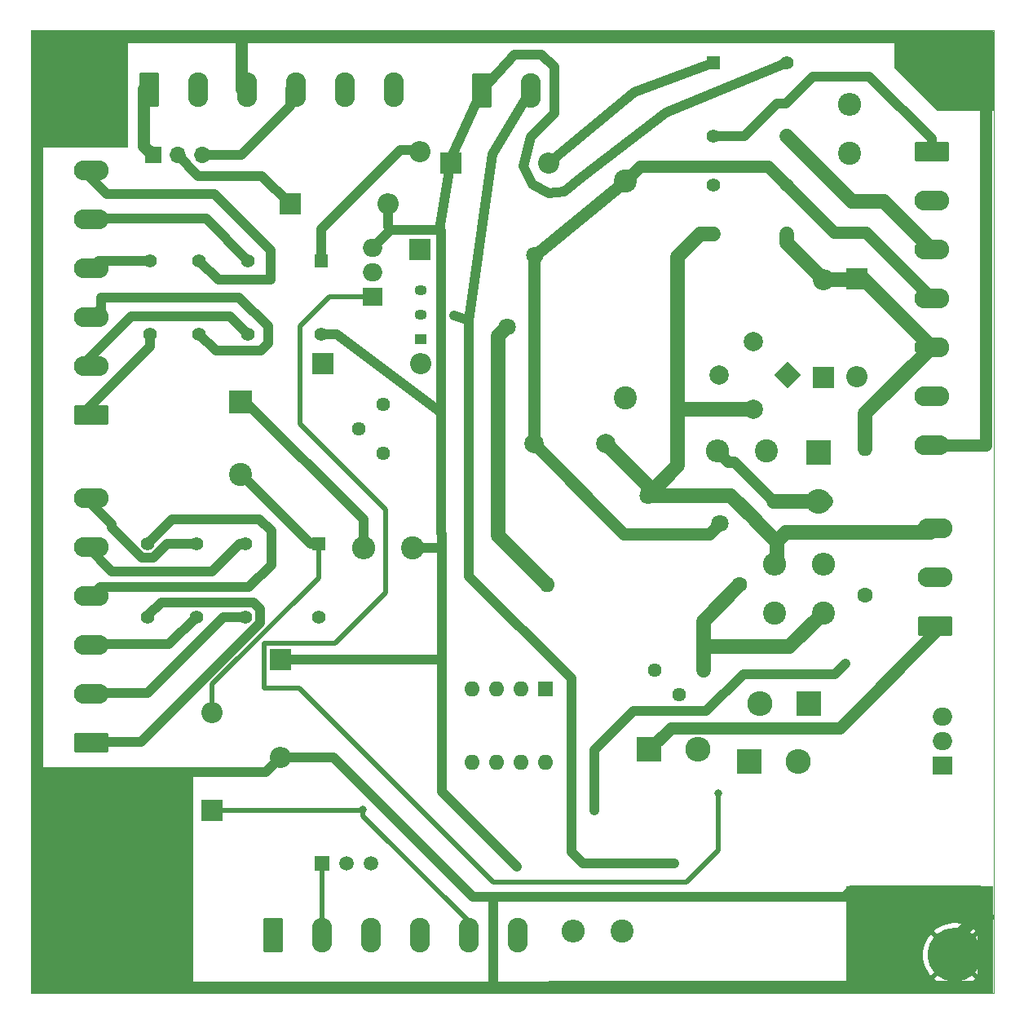
<source format=gbr>
%TF.GenerationSoftware,KiCad,Pcbnew,8.0.0*%
%TF.CreationDate,2024-02-29T13:53:57+01:00*%
%TF.ProjectId,G2-Control,47322d43-6f6e-4747-926f-6c2e6b696361,rev?*%
%TF.SameCoordinates,Original*%
%TF.FileFunction,Copper,L2,Bot*%
%TF.FilePolarity,Positive*%
%FSLAX46Y46*%
G04 Gerber Fmt 4.6, Leading zero omitted, Abs format (unit mm)*
G04 Created by KiCad (PCBNEW 8.0.0) date 2024-02-29 13:53:57*
%MOMM*%
%LPD*%
G01*
G04 APERTURE LIST*
G04 Aperture macros list*
%AMRoundRect*
0 Rectangle with rounded corners*
0 $1 Rounding radius*
0 $2 $3 $4 $5 $6 $7 $8 $9 X,Y pos of 4 corners*
0 Add a 4 corners polygon primitive as box body*
4,1,4,$2,$3,$4,$5,$6,$7,$8,$9,$2,$3,0*
0 Add four circle primitives for the rounded corners*
1,1,$1+$1,$2,$3*
1,1,$1+$1,$4,$5*
1,1,$1+$1,$6,$7*
1,1,$1+$1,$8,$9*
0 Add four rect primitives between the rounded corners*
20,1,$1+$1,$2,$3,$4,$5,0*
20,1,$1+$1,$4,$5,$6,$7,0*
20,1,$1+$1,$6,$7,$8,$9,0*
20,1,$1+$1,$8,$9,$2,$3,0*%
%AMHorizOval*
0 Thick line with rounded ends*
0 $1 width*
0 $2 $3 position (X,Y) of the first rounded end (center of the circle)*
0 $4 $5 position (X,Y) of the second rounded end (center of the circle)*
0 Add line between two ends*
20,1,$1,$2,$3,$4,$5,0*
0 Add two circle primitives to create the rounded ends*
1,1,$1,$2,$3*
1,1,$1,$4,$5*%
%AMRotRect*
0 Rectangle, with rotation*
0 The origin of the aperture is its center*
0 $1 length*
0 $2 width*
0 $3 Rotation angle, in degrees counterclockwise*
0 Add horizontal line*
21,1,$1,$2,0,0,$3*%
G04 Aperture macros list end*
%TA.AperFunction,ComponentPad*%
%ADD10R,2.600000X2.600000*%
%TD*%
%TA.AperFunction,ComponentPad*%
%ADD11O,2.600000X2.600000*%
%TD*%
%TA.AperFunction,ComponentPad*%
%ADD12R,2.000000X1.905000*%
%TD*%
%TA.AperFunction,ComponentPad*%
%ADD13O,2.000000X1.905000*%
%TD*%
%TA.AperFunction,ComponentPad*%
%ADD14C,1.600000*%
%TD*%
%TA.AperFunction,ComponentPad*%
%ADD15O,1.600000X1.600000*%
%TD*%
%TA.AperFunction,ComponentPad*%
%ADD16C,5.600000*%
%TD*%
%TA.AperFunction,ComponentPad*%
%ADD17R,1.500000X1.500000*%
%TD*%
%TA.AperFunction,ComponentPad*%
%ADD18C,1.500000*%
%TD*%
%TA.AperFunction,ComponentPad*%
%ADD19C,2.400000*%
%TD*%
%TA.AperFunction,ComponentPad*%
%ADD20O,2.400000X2.400000*%
%TD*%
%TA.AperFunction,ComponentPad*%
%ADD21R,2.200000X2.200000*%
%TD*%
%TA.AperFunction,ComponentPad*%
%ADD22O,2.200000X2.200000*%
%TD*%
%TA.AperFunction,ComponentPad*%
%ADD23C,1.800000*%
%TD*%
%TA.AperFunction,ComponentPad*%
%ADD24R,1.400000X1.400000*%
%TD*%
%TA.AperFunction,ComponentPad*%
%ADD25C,1.400000*%
%TD*%
%TA.AperFunction,ComponentPad*%
%ADD26RoundRect,0.249999X-0.790001X-1.550001X0.790001X-1.550001X0.790001X1.550001X-0.790001X1.550001X0*%
%TD*%
%TA.AperFunction,ComponentPad*%
%ADD27O,2.080000X3.600000*%
%TD*%
%TA.AperFunction,ComponentPad*%
%ADD28R,1.300000X1.050000*%
%TD*%
%TA.AperFunction,ComponentPad*%
%ADD29O,1.300000X1.050000*%
%TD*%
%TA.AperFunction,ComponentPad*%
%ADD30RoundRect,0.249999X1.550001X-0.790001X1.550001X0.790001X-1.550001X0.790001X-1.550001X-0.790001X0*%
%TD*%
%TA.AperFunction,ComponentPad*%
%ADD31O,3.600000X2.080000*%
%TD*%
%TA.AperFunction,ComponentPad*%
%ADD32RotRect,2.000000X2.000000X225.000000*%
%TD*%
%TA.AperFunction,ComponentPad*%
%ADD33HorizOval,2.000000X0.000000X0.000000X0.000000X0.000000X0*%
%TD*%
%TA.AperFunction,ComponentPad*%
%ADD34R,1.700000X1.700000*%
%TD*%
%TA.AperFunction,ComponentPad*%
%ADD35O,1.700000X1.700000*%
%TD*%
%TA.AperFunction,ComponentPad*%
%ADD36RoundRect,0.249999X-1.550001X0.790001X-1.550001X-0.790001X1.550001X-0.790001X1.550001X0.790001X0*%
%TD*%
%TA.AperFunction,ComponentPad*%
%ADD37R,1.600000X1.600000*%
%TD*%
%TA.AperFunction,ComponentPad*%
%ADD38C,2.000000*%
%TD*%
%TA.AperFunction,ComponentPad*%
%ADD39C,1.440000*%
%TD*%
%TA.AperFunction,ComponentPad*%
%ADD40R,2.400000X2.400000*%
%TD*%
%TA.AperFunction,ViaPad*%
%ADD41C,0.800000*%
%TD*%
%TA.AperFunction,Conductor*%
%ADD42C,1.300000*%
%TD*%
%TA.AperFunction,Conductor*%
%ADD43C,1.000000*%
%TD*%
%TA.AperFunction,Conductor*%
%ADD44C,0.500000*%
%TD*%
%TA.AperFunction,Conductor*%
%ADD45C,1.500000*%
%TD*%
%TA.AperFunction,Conductor*%
%ADD46C,1.200000*%
%TD*%
%TA.AperFunction,Profile*%
%ADD47C,0.100000*%
%TD*%
G04 APERTURE END LIST*
D10*
%TO.P,D7,1,K*%
%TO.N,Net-(D7-K)*%
X160828213Y-109876069D03*
D11*
%TO.P,D7,2,A*%
%TO.N,CATHODE*%
X155748213Y-109876069D03*
%TD*%
D12*
%TO.P,Q1,1,B*%
%TO.N,Net-(D2-A)*%
X174693213Y-116376069D03*
D13*
%TO.P,Q1,2,C*%
%TO.N,/+30V rail*%
X174693213Y-113836069D03*
%TO.P,Q1,3,E*%
%TO.N,CATHODE*%
X174693213Y-111296069D03*
%TD*%
D14*
%TO.P,C8,1*%
%TO.N,Net-(C8-Pad1)*%
X153653213Y-97541069D03*
D15*
%TO.P,C8,2*%
%TO.N,-Ig2*%
X133653213Y-97541069D03*
%TD*%
D16*
%TO.P,H1,1,1*%
%TO.N,GNDPWR*%
X176000000Y-44000000D03*
%TD*%
%TO.P,H4,1,1*%
%TO.N,GNDPWR*%
X176000000Y-136000000D03*
%TD*%
D14*
%TO.P,LK3,1,A*%
%TO.N,Net-(LK3-A)*%
X166708213Y-98676069D03*
D15*
%TO.P,LK3,2,B*%
%TO.N,-Ig2*%
X166708213Y-83436069D03*
%TD*%
D17*
%TO.P,Q4,1,C*%
%TO.N,ALARM_LED_ANODE*%
X110252213Y-126466069D03*
D18*
%TO.P,Q4,2,B*%
%TO.N,RESET-A*%
X112792213Y-126466069D03*
%TO.P,Q4,3,E*%
%TO.N,+12V REG IN*%
X115332213Y-126466069D03*
%TD*%
D19*
%TO.P,R10,1*%
%TO.N,Net-(D7-K)*%
X157278213Y-100531069D03*
D20*
%TO.P,R10,2*%
%TO.N,/R12*%
X157278213Y-95451069D03*
%TD*%
D10*
%TO.P,D1,1,K*%
%TO.N,/+30V rail*%
X144268213Y-114686069D03*
D11*
%TO.P,D1,2,A*%
%TO.N,Net-(D1-A)*%
X149348213Y-114686069D03*
%TD*%
D16*
%TO.P,H3,1,1*%
%TO.N,GNDPWR*%
X84000000Y-136000000D03*
%TD*%
D21*
%TO.P,D9,1,K*%
%TO.N,-Ig2*%
X165820213Y-65818069D03*
D22*
%TO.P,D9,2,A*%
%TO.N,+Ig2*%
X165820213Y-75978069D03*
%TD*%
D12*
%TO.P,Q6,1,G*%
%TO.N,Net-(Q6-G)*%
X115515213Y-67696069D03*
D13*
%TO.P,Q6,2,D*%
%TO.N,Net-(D12-K)*%
X115515213Y-65156069D03*
%TO.P,Q6,3,S*%
%TO.N,+12{slash}24V HV ENABLE*%
X115515213Y-62616069D03*
%TD*%
D22*
%TO.P,D14,2,A*%
%TO.N,Net-(D14-A)*%
X133830000Y-53750000D03*
D21*
%TO.P,D14,1,K*%
%TO.N,+12{slash}24V HV ENABLE*%
X123670000Y-53750000D03*
%TD*%
D23*
%TO.P,VDR2,1*%
%TO.N,-Ig2*%
X129503213Y-70811069D03*
%TO.P,VDR2,2*%
%TO.N,CATHODE*%
X132403213Y-63311069D03*
%TD*%
D19*
%TO.P,R15,1*%
%TO.N,Net-(BR1-+)*%
X156403213Y-83686069D03*
D20*
%TO.P,R15,2*%
%TO.N,Net-(BR1--)*%
X151323213Y-83686069D03*
%TD*%
D21*
%TO.P,D13,1,K*%
%TO.N,+12{slash}24V HV ENABLE*%
X105958213Y-105296069D03*
D22*
%TO.P,D13,2,A*%
%TO.N,GNDPWR*%
X105958213Y-115456069D03*
%TD*%
D24*
%TO.P,K1,1*%
%TO.N,Net-(D14-A)*%
X150892213Y-43344569D03*
D25*
%TO.P,K1,4*%
%TO.N,G2 UNREG TX IN*%
X150892213Y-50964569D03*
%TO.P,K1,6*%
%TO.N,unconnected-(K1-Pad6)*%
X150892213Y-56044569D03*
%TO.P,K1,8*%
%TO.N,/R12*%
X150892213Y-61124569D03*
%TO.P,K1,9*%
%TO.N,-Ig2*%
X158512213Y-61124569D03*
%TO.P,K1,11*%
%TO.N,CATHODE*%
X158512213Y-56044569D03*
%TO.P,K1,13*%
%TO.N,G2-REG-OUT*%
X158512213Y-50964569D03*
%TO.P,K1,16*%
%TO.N,+12{slash}24V HV ENABLE*%
X158512213Y-43344569D03*
%TD*%
D21*
%TO.P,D10,1,K*%
%TO.N,+Ig2*%
X162373013Y-76078069D03*
D22*
%TO.P,D10,2,A*%
%TO.N,-Ig2*%
X162373013Y-65918069D03*
%TD*%
D19*
%TO.P,C9,1*%
%TO.N,-Ig2*%
X141748213Y-78131069D03*
%TO.P,C9,2*%
%TO.N,CATHODE*%
X141748213Y-55631069D03*
%TD*%
D26*
%TO.P,J1,1,Pin_1*%
%TO.N,ALARM_LED_CATHODE*%
X105172213Y-133946069D03*
D27*
%TO.P,J1,2,Pin_2*%
%TO.N,ALARM_LED_ANODE*%
X110252213Y-133946069D03*
%TO.P,J1,3,Pin_3*%
%TO.N,RESET-A*%
X115332213Y-133946069D03*
%TO.P,J1,4,Pin_4*%
%TO.N,+12V REG IN*%
X120412213Y-133946069D03*
%TO.P,J1,5,Pin_5*%
%TO.N,PTT_L*%
X125492213Y-133946069D03*
%TO.P,J1,6,Pin_6*%
%TO.N,+12{slash}24V HV ENABLE*%
X130572213Y-133946069D03*
%TD*%
D19*
%TO.P,R13,1*%
%TO.N,/R12*%
X165068213Y-52776069D03*
D20*
%TO.P,R13,2*%
%TO.N,G2 UNREG IN*%
X165068213Y-47696069D03*
%TD*%
D28*
%TO.P,Q3,1,K*%
%TO.N,GNDPWR*%
X120558213Y-72046069D03*
D29*
%TO.P,Q3,2,G*%
%TO.N,G1 trip in*%
X120558213Y-69506069D03*
%TO.P,Q3,3,A*%
%TO.N,Aux trip in*%
X120558213Y-66966069D03*
%TD*%
D30*
%TO.P,J2,1,Pin_1*%
%TO.N,/+30V rail*%
X173960713Y-101826069D03*
D31*
%TO.P,J2,2,Pin_2*%
%TO.N,/Q2G*%
X173960713Y-96746069D03*
%TO.P,J2,3,Pin_3*%
%TO.N,/R12*%
X173960713Y-91666069D03*
%TD*%
D26*
%TO.P,J104,1,Pin_1*%
%TO.N,+24V Unreg in*%
X92318213Y-46186069D03*
D27*
%TO.P,J104,2,Pin_2*%
%TO.N,G1 trip in*%
X97398213Y-46186069D03*
%TO.P,J104,3,Pin_3*%
%TO.N,GNDPWR*%
X102478213Y-46186069D03*
%TO.P,J104,4,Pin_4*%
%TO.N,+12V REG IN*%
X107558213Y-46186069D03*
%TO.P,J104,5,Pin_5*%
%TO.N,CATHODE*%
X112638213Y-46186069D03*
%TO.P,J104,6,Pin_6*%
%TO.N,G2 UNREG IN*%
X117718213Y-46186069D03*
%TD*%
D32*
%TO.P,BR1,1,+*%
%TO.N,Net-(BR1-+)*%
X158618747Y-75824069D03*
D33*
%TO.P,BR1,2*%
%TO.N,+Ig2*%
X155083213Y-72288535D03*
%TO.P,BR1,3,-*%
%TO.N,Net-(BR1--)*%
X151547679Y-75824069D03*
%TO.P,BR1,4*%
%TO.N,/R12*%
X155083213Y-79359603D03*
%TD*%
D19*
%TO.P,R21,1*%
%TO.N,Aux trip in*%
X141485000Y-133500000D03*
D20*
%TO.P,R21,2*%
%TO.N,ALARM_LED_CATHODE*%
X136405000Y-133500000D03*
%TD*%
D16*
%TO.P,H2,1,1*%
%TO.N,GNDPWR*%
X84000000Y-44000000D03*
%TD*%
D21*
%TO.P,D12,1,K*%
%TO.N,Net-(D12-K)*%
X106950213Y-58044069D03*
D22*
%TO.P,D12,2,A*%
%TO.N,+12{slash}24V HV ENABLE*%
X117110213Y-58044069D03*
%TD*%
D26*
%TO.P,J4,1,Pin_1*%
%TO.N,+12{slash}24V HV ENABLE*%
X126910000Y-46202500D03*
D27*
%TO.P,J4,2,Pin_2*%
%TO.N,Aux trip in*%
X131990000Y-46202500D03*
%TD*%
D30*
%TO.P,J103,1,Pin_1*%
%TO.N,Net-(J103-Pin_1)*%
X86338213Y-114004069D03*
D31*
%TO.P,J103,2,Pin_2*%
%TO.N,Net-(J103-Pin_2)*%
X86338213Y-108924069D03*
%TO.P,J103,3,Pin_3*%
%TO.N,Net-(J103-Pin_3)*%
X86338213Y-103844069D03*
%TO.P,J103,4,Pin_4*%
%TO.N,Net-(J103-Pin_4)*%
X86338213Y-98764069D03*
%TO.P,J103,5,Pin_5*%
%TO.N,Net-(J103-Pin_5)*%
X86338213Y-93684069D03*
%TO.P,J103,6,Pin_6*%
%TO.N,Net-(J103-Pin_6)*%
X86338213Y-88604069D03*
%TD*%
D10*
%TO.P,D8,1,K*%
%TO.N,Net-(BR1-+)*%
X161888213Y-83821069D03*
D11*
%TO.P,D8,2,A*%
%TO.N,Net-(BR1--)*%
X161888213Y-88901069D03*
%TD*%
D21*
%TO.P,D15,1,K*%
%TO.N,Net-(D15-K)*%
X110358213Y-74636069D03*
D22*
%TO.P,D15,2,A*%
%TO.N,Net-(D15-A)*%
X120518213Y-74636069D03*
%TD*%
D19*
%TO.P,R28,1*%
%TO.N,+12{slash}24V HV ENABLE*%
X119723213Y-93716069D03*
D20*
%TO.P,R28,2*%
%TO.N,Net-(D15-K)*%
X114643213Y-93716069D03*
%TD*%
D21*
%TO.P,D16,1,K*%
%TO.N,PTT_L*%
X120430000Y-62750000D03*
D22*
%TO.P,D16,2,A*%
%TO.N,Net-(D14-A)*%
X120430000Y-52590000D03*
%TD*%
D34*
%TO.P,JP101,1,A*%
%TO.N,+24V Unreg in*%
X92741213Y-52964069D03*
D35*
%TO.P,JP101,2,C*%
%TO.N,Net-(D12-K)*%
X95281213Y-52964069D03*
%TO.P,JP101,3,B*%
%TO.N,+12V REG IN*%
X97821213Y-52964069D03*
%TD*%
D36*
%TO.P,J3,1,Pin_1*%
%TO.N,G2 UNREG TX IN*%
X173581789Y-52548877D03*
D31*
%TO.P,J3,2,Pin_2*%
%TO.N,G2 UNREG IN*%
X173581789Y-57628877D03*
%TO.P,J3,3,Pin_3*%
%TO.N,G2-REG-OUT*%
X173581789Y-62708877D03*
%TO.P,J3,4,Pin_4*%
%TO.N,CATHODE*%
X173581789Y-67788877D03*
%TO.P,J3,5,Pin_5*%
%TO.N,-Ig2*%
X173581789Y-72868877D03*
%TO.P,J3,6,Pin_6*%
%TO.N,+Ig2*%
X173581789Y-77948877D03*
%TO.P,J3,7,Pin_7*%
%TO.N,GNDPWR*%
X173581789Y-83028877D03*
%TD*%
D37*
%TO.P,U2,1,NULL*%
%TO.N,Net-(C5-Pad2)*%
X133483213Y-108346069D03*
D15*
%TO.P,U2,2,-*%
%TO.N,Net-(U2--)*%
X130943213Y-108346069D03*
%TO.P,U2,3,+*%
%TO.N,Net-(D4-A)*%
X128403213Y-108346069D03*
%TO.P,U2,4,V-*%
%TO.N,CATHODE*%
X125863213Y-108346069D03*
%TO.P,U2,5,NULL*%
%TO.N,unconnected-(U2-NULL-Pad5)*%
X125863213Y-115966069D03*
%TO.P,U2,6*%
%TO.N,Net-(D3-K)*%
X128403213Y-115966069D03*
%TO.P,U2,7,V+*%
%TO.N,/+30V rail*%
X130943213Y-115966069D03*
%TO.P,U2,8,FC*%
%TO.N,Net-(U2-FC)*%
X133483213Y-115966069D03*
%TD*%
D24*
%TO.P,K2,1*%
%TO.N,Net-(D14-A)*%
X110219713Y-63933569D03*
D25*
%TO.P,K2,4*%
%TO.N,Net-(J102-Pin_5)*%
X102599713Y-63933569D03*
%TO.P,K2,6*%
%TO.N,Net-(J102-Pin_6)*%
X97519713Y-63933569D03*
%TO.P,K2,8*%
%TO.N,Net-(J102-Pin_4)*%
X92439713Y-63933569D03*
%TO.P,K2,9*%
%TO.N,Net-(J102-Pin_1)*%
X92439713Y-71553569D03*
%TO.P,K2,11*%
%TO.N,Net-(J102-Pin_3)*%
X97519713Y-71553569D03*
%TO.P,K2,13*%
%TO.N,Net-(J102-Pin_2)*%
X102599713Y-71553569D03*
%TO.P,K2,16*%
%TO.N,+12{slash}24V HV ENABLE*%
X110219713Y-71553569D03*
%TD*%
D30*
%TO.P,J102,1,Pin_1*%
%TO.N,Net-(J102-Pin_1)*%
X86348213Y-79946069D03*
D31*
%TO.P,J102,2,Pin_2*%
%TO.N,Net-(J102-Pin_2)*%
X86348213Y-74866069D03*
%TO.P,J102,3,Pin_3*%
%TO.N,Net-(J102-Pin_3)*%
X86348213Y-69786069D03*
%TO.P,J102,4,Pin_4*%
%TO.N,Net-(J102-Pin_4)*%
X86348213Y-64706069D03*
%TO.P,J102,5,Pin_5*%
%TO.N,Net-(J102-Pin_5)*%
X86348213Y-59626069D03*
%TO.P,J102,6,Pin_6*%
%TO.N,Net-(J102-Pin_6)*%
X86348213Y-54546069D03*
%TD*%
D24*
%TO.P,K3,1*%
%TO.N,Net-(D15-A)*%
X109948213Y-93296069D03*
D25*
%TO.P,K3,4*%
%TO.N,Net-(J103-Pin_5)*%
X102328213Y-93296069D03*
%TO.P,K3,6*%
%TO.N,Net-(J103-Pin_6)*%
X97248213Y-93296069D03*
%TO.P,K3,8*%
%TO.N,Net-(J103-Pin_4)*%
X92168213Y-93296069D03*
%TO.P,K3,9*%
%TO.N,Net-(J103-Pin_1)*%
X92168213Y-100916069D03*
%TO.P,K3,11*%
%TO.N,Net-(J103-Pin_3)*%
X97248213Y-100916069D03*
%TO.P,K3,13*%
%TO.N,Net-(J103-Pin_2)*%
X102328213Y-100916069D03*
%TO.P,K3,16*%
%TO.N,Net-(D15-K)*%
X109948213Y-100916069D03*
%TD*%
D38*
%TO.P,C10,1*%
%TO.N,/R12*%
X139783213Y-82936069D03*
%TO.P,C10,2*%
%TO.N,CATHODE*%
X132283213Y-82936069D03*
%TD*%
D39*
%TO.P,RV1,1,1*%
%TO.N,Net-(R9-Pad2)*%
X144796213Y-106446069D03*
%TO.P,RV1,2,2*%
%TO.N,Net-(R7-Pad1)*%
X147336213Y-108986069D03*
%TO.P,RV1,3,3*%
%TO.N,Net-(C8-Pad1)*%
X149876213Y-106446069D03*
%TD*%
D40*
%TO.P,C17,1*%
%TO.N,Net-(D15-K)*%
X101810000Y-78602220D03*
D19*
%TO.P,C17,2*%
%TO.N,Net-(D15-A)*%
X101810000Y-86102220D03*
%TD*%
D21*
%TO.P,D17,1,K*%
%TO.N,PTT_L*%
X98888213Y-120996069D03*
D22*
%TO.P,D17,2,A*%
%TO.N,Net-(D15-A)*%
X98888213Y-110836069D03*
%TD*%
D23*
%TO.P,VDR1,1*%
%TO.N,/R12*%
X144114213Y-88282069D03*
%TO.P,VDR1,2*%
%TO.N,CATHODE*%
X151614213Y-91182069D03*
%TD*%
D39*
%TO.P,RV2,1,1*%
%TO.N,GNDPWR*%
X116658213Y-78866069D03*
%TO.P,RV2,2,2*%
X114118213Y-81406069D03*
%TO.P,RV2,3,3*%
%TO.N,Net-(R18-Pad1)*%
X116658213Y-83946069D03*
%TD*%
D10*
%TO.P,D2,1,K*%
%TO.N,Net-(D1-A)*%
X154663213Y-115896069D03*
D11*
%TO.P,D2,2,A*%
%TO.N,Net-(D2-A)*%
X159743213Y-115896069D03*
%TD*%
D19*
%TO.P,R8,1*%
%TO.N,Net-(C8-Pad1)*%
X162336213Y-100514069D03*
D20*
%TO.P,R8,2*%
%TO.N,Net-(LK3-A)*%
X162336213Y-95434069D03*
%TD*%
D41*
%TO.N,GNDPWR*%
X165243213Y-129291069D03*
%TO.N,PTT_L*%
X114500000Y-120946069D03*
%TO.N,+12{slash}24V HV ENABLE*%
X130487874Y-126822126D03*
%TO.N,Net-(Q6-G)*%
X151400213Y-119258069D03*
%TO.N,Aux trip in*%
X146828213Y-126500000D03*
X123968213Y-69601069D03*
X139208213Y-126500000D03*
%TO.N,/Q2G*%
X138573213Y-121036069D03*
X164608213Y-105796069D03*
%TD*%
D42*
%TO.N,CATHODE*%
X141748213Y-55631069D02*
X143269282Y-54110000D01*
X156577644Y-54110000D02*
X158512213Y-56044569D01*
X143269282Y-54110000D02*
X156577644Y-54110000D01*
X151614213Y-91182069D02*
X150506282Y-92290000D01*
X150506282Y-92290000D02*
X141637144Y-92290000D01*
X141637144Y-92290000D02*
X132283213Y-82936069D01*
D43*
%TO.N,Net-(D12-K)*%
X106950213Y-58044069D02*
X104036144Y-55130000D01*
X104036144Y-55130000D02*
X97447144Y-55130000D01*
X97447144Y-55130000D02*
X95281213Y-52964069D01*
%TO.N,Net-(J102-Pin_4)*%
X92439713Y-63933569D02*
X87120713Y-63933569D01*
D44*
X87120713Y-63933569D02*
X86348213Y-64706069D01*
D43*
%TO.N,Net-(J102-Pin_2)*%
X85360213Y-74808069D02*
X90488282Y-69680000D01*
X90488282Y-69680000D02*
X100726144Y-69680000D01*
X100726144Y-69680000D02*
X102599713Y-71553569D01*
%TO.N,Net-(J102-Pin_3)*%
X87318282Y-67770000D02*
X87318282Y-68816000D01*
X87318282Y-68816000D02*
X86348213Y-69786069D01*
X97519713Y-71553569D02*
X99250213Y-73284069D01*
X104664213Y-72522069D02*
X104664213Y-70744069D01*
X104664213Y-70744069D02*
X101690144Y-67770000D01*
X99250213Y-73284069D02*
X103902213Y-73284069D01*
X103902213Y-73284069D02*
X104664213Y-72522069D01*
X101690144Y-67770000D02*
X87318282Y-67770000D01*
D45*
%TO.N,G2-REG-OUT*%
X158512213Y-50964569D02*
X165337644Y-57790000D01*
X165337644Y-57790000D02*
X168662912Y-57790000D01*
X168662912Y-57790000D02*
X173581789Y-62708877D01*
D42*
%TO.N,CATHODE*%
X158512213Y-56044569D02*
X163457644Y-60990000D01*
X163457644Y-60990000D02*
X166782912Y-60990000D01*
X166782912Y-60990000D02*
X173581789Y-67788877D01*
D43*
%TO.N,/Q2G*%
X164608213Y-105796069D02*
X163564282Y-106840000D01*
X142620000Y-110680000D02*
X138573213Y-114726787D01*
X163564282Y-106840000D02*
X154040000Y-106840000D01*
X150200000Y-110680000D02*
X142620000Y-110680000D01*
X154040000Y-106840000D02*
X150200000Y-110680000D01*
X138573213Y-114726787D02*
X138573213Y-121036069D01*
D45*
%TO.N,Net-(C8-Pad1)*%
X149876213Y-104020000D02*
X149876213Y-101318069D01*
X149876213Y-104020000D02*
X158830282Y-104020000D01*
X158830282Y-104020000D02*
X162336213Y-100514069D01*
X149876213Y-106446069D02*
X149876213Y-104020000D01*
D44*
%TO.N,Net-(Q6-G)*%
X111014213Y-67696069D02*
X107966213Y-70744069D01*
X107950000Y-108260000D02*
X128100000Y-128410000D01*
X115515213Y-67696069D02*
X111014213Y-67696069D01*
X116856213Y-89794069D02*
X116856213Y-98423787D01*
X116856213Y-98423787D02*
X111653931Y-103626069D01*
X107966213Y-80904069D02*
X116856213Y-89794069D01*
X107966213Y-70744069D02*
X107966213Y-80904069D01*
X111653931Y-103626069D02*
X104288213Y-103626069D01*
X128100000Y-128410000D02*
X148110000Y-128410000D01*
X104288213Y-103626069D02*
X104288213Y-108260000D01*
X104288213Y-108260000D02*
X107950000Y-108260000D01*
X148110000Y-128410000D02*
X151400213Y-125119787D01*
X151400213Y-125119787D02*
X151400213Y-119258069D01*
D43*
%TO.N,Net-(J103-Pin_5)*%
X85868213Y-93604069D02*
X88414144Y-96150000D01*
X88414144Y-96150000D02*
X98850000Y-96150000D01*
X98850000Y-96150000D02*
X101703931Y-93296069D01*
X101703931Y-93296069D02*
X102328213Y-93296069D01*
%TO.N,Net-(J103-Pin_4)*%
X92168213Y-93296069D02*
X94718213Y-90746069D01*
X105000000Y-95500000D02*
X102690000Y-97810000D01*
X94718213Y-90746069D02*
X103746069Y-90746069D01*
X103746069Y-90746069D02*
X105000000Y-92000000D01*
X105000000Y-92000000D02*
X105000000Y-95500000D01*
X102690000Y-97810000D02*
X87292282Y-97810000D01*
X87292282Y-97810000D02*
X86338213Y-98764069D01*
%TO.N,Net-(D14-A)*%
X133830000Y-53750000D02*
X142720000Y-46450000D01*
X142720000Y-46450000D02*
X150892213Y-43344569D01*
%TO.N,+12{slash}24V HV ENABLE*%
X137328640Y-55171360D02*
X145980000Y-48510000D01*
X145980000Y-48510000D02*
X158512213Y-43344569D01*
%TO.N,Aux trip in*%
X125500000Y-70101069D02*
X127960000Y-52880000D01*
X127960000Y-52880000D02*
X131990000Y-46202500D01*
X125500000Y-70101069D02*
X123968213Y-69601069D01*
%TO.N,+12{slash}24V HV ENABLE*%
X131190000Y-54130000D02*
X132120000Y-55960000D01*
X132000000Y-51028282D02*
X131190000Y-54130000D01*
X133850000Y-56910000D02*
X135420000Y-56760000D01*
X132120000Y-55960000D02*
X133850000Y-56910000D01*
X135420000Y-56760000D02*
X137328640Y-55171360D01*
X126910000Y-46202500D02*
X123710000Y-53060000D01*
X130289273Y-42509569D02*
X126910000Y-46202500D01*
X122496213Y-60696069D02*
X123710000Y-53060000D01*
D42*
%TO.N,GNDPWR*%
X80767982Y-116997763D02*
X80767982Y-138417832D01*
X179160931Y-132339069D02*
X179367449Y-132132551D01*
X177943213Y-132339069D02*
X179160931Y-132339069D01*
D43*
X128040000Y-139191305D02*
X128200000Y-139351305D01*
X105958213Y-115456069D02*
X104414282Y-117000000D01*
D42*
X128200000Y-139351305D02*
X134000000Y-139351305D01*
X102124213Y-40660069D02*
X80676213Y-40660069D01*
D43*
X165243213Y-129291069D02*
X165290000Y-139287121D01*
X104414282Y-117000000D02*
X80676213Y-117000000D01*
X125946792Y-129960000D02*
X128040000Y-129960000D01*
X105958213Y-115456069D02*
X111442861Y-115456069D01*
D42*
X177943213Y-132339069D02*
X175276213Y-135006069D01*
X174514213Y-40660069D02*
X174514213Y-43312069D01*
X165290000Y-139287121D02*
X178367580Y-139287121D01*
X174514213Y-40660069D02*
X102124213Y-40660069D01*
D43*
X165243213Y-129291069D02*
X178513119Y-129291069D01*
D42*
X179367449Y-132132551D02*
X179367449Y-132000000D01*
X133951302Y-139287121D02*
X165290000Y-139287121D01*
X101946413Y-40837869D02*
X101946413Y-46106069D01*
X102124213Y-40660069D02*
X101946413Y-40837869D01*
X178436213Y-40660069D02*
X174514213Y-40660069D01*
D43*
X128040000Y-129960000D02*
X128040000Y-139191305D01*
D42*
X179213484Y-41437340D02*
X178436213Y-40660069D01*
D43*
X128040000Y-129960000D02*
X164574282Y-129960000D01*
D42*
X174970756Y-83099833D02*
X179213484Y-83099833D01*
X81701455Y-139351305D02*
X128200000Y-139351305D01*
X80676213Y-40660069D02*
X80676213Y-116905994D01*
D43*
X164574282Y-129960000D02*
X165243213Y-129291069D01*
D42*
X178990807Y-139294146D02*
X178990807Y-133449126D01*
X179213484Y-83099833D02*
X179213484Y-41437340D01*
D43*
X111442861Y-115456069D02*
X125946792Y-129960000D01*
D42*
X80676213Y-116905994D02*
X80767982Y-116997763D01*
D46*
%TO.N,Net-(BR1--)*%
X153127099Y-84846069D02*
X157166099Y-88885069D01*
D45*
X162576213Y-88885069D02*
X157166099Y-88885069D01*
D46*
X152483213Y-84846069D02*
X151323213Y-83686069D01*
X153127099Y-84846069D02*
X152483213Y-84846069D01*
D45*
%TO.N,/R12*%
X157430327Y-93055560D02*
X155304213Y-90929446D01*
X147196679Y-79349816D02*
X147196679Y-85199603D01*
X155304213Y-90841560D02*
X152744722Y-88282069D01*
X157518213Y-95636069D02*
X157518213Y-93055560D01*
X147196679Y-63517603D02*
X149589713Y-61124569D01*
X155083213Y-79359603D02*
X151774906Y-79359603D01*
X149589713Y-61124569D02*
X150892213Y-61124569D01*
X157518213Y-93055560D02*
X158422704Y-92151069D01*
X151765119Y-79349816D02*
X147196679Y-79349816D01*
X144114213Y-88282069D02*
X144114213Y-87267069D01*
X158422704Y-92151069D02*
X173475713Y-92151069D01*
X152744722Y-88282069D02*
X144114213Y-88282069D01*
X151774906Y-79359603D02*
X151765119Y-79349816D01*
X173475713Y-92151069D02*
X173960713Y-91666069D01*
X155304213Y-90929446D02*
X155304213Y-90841560D01*
X147196679Y-79349816D02*
X147196679Y-63517603D01*
X144114213Y-87267069D02*
X139783213Y-82936069D01*
X147196679Y-85199603D02*
X144114213Y-88282069D01*
X157518213Y-93055560D02*
X157430327Y-93055560D01*
D43*
%TO.N,Net-(D14-A)*%
X110219713Y-60616569D02*
X118380213Y-52456069D01*
X110219713Y-63933569D02*
X110219713Y-60616569D01*
X118380213Y-52456069D02*
X120412213Y-52456069D01*
D44*
%TO.N,PTT_L*%
X98888213Y-120996069D02*
X114450000Y-120996069D01*
X114450000Y-120996069D02*
X114500000Y-120946069D01*
X125492213Y-132542213D02*
X114500000Y-121550000D01*
X125492213Y-133946069D02*
X125492213Y-132542213D01*
X114500000Y-121550000D02*
X114500000Y-120946069D01*
%TO.N,ALARM_LED_ANODE*%
X110252213Y-133946069D02*
X110252213Y-126466069D01*
D42*
%TO.N,CATHODE*%
X132403213Y-63311069D02*
X141748213Y-55631069D01*
X132283213Y-82936069D02*
X132283213Y-63431069D01*
%TO.N,/+30V rail*%
X164044713Y-112416069D02*
X174474713Y-101986069D01*
X146538213Y-112416069D02*
X164044713Y-112416069D01*
X144268213Y-114686069D02*
X146538213Y-112416069D01*
D43*
%TO.N,+12V REG IN*%
X101870213Y-52964069D02*
X97821213Y-52964069D01*
X107026413Y-46106069D02*
X107026413Y-47807869D01*
X107026413Y-47807869D02*
X101870213Y-52964069D01*
D45*
%TO.N,-Ig2*%
X166708213Y-79742453D02*
X166708213Y-83436069D01*
X128603213Y-92491069D02*
X133653213Y-97541069D01*
X166530981Y-65818069D02*
X173581789Y-72868877D01*
X165820213Y-65818069D02*
X166530981Y-65818069D01*
X158512213Y-61124569D02*
X158512213Y-62108069D01*
X158512213Y-62108069D02*
X162322213Y-65918069D01*
X173581789Y-72868877D02*
X166708213Y-79742453D01*
X129503213Y-70811069D02*
X128603213Y-71711069D01*
X162373013Y-65918069D02*
X165720213Y-65918069D01*
X128603213Y-71711069D02*
X128603213Y-92491069D01*
D43*
%TO.N,+12{slash}24V HV ENABLE*%
X117435213Y-60696069D02*
X115515213Y-62616069D01*
X122698213Y-119032464D02*
X122698213Y-105286069D01*
X110233282Y-71540000D02*
X111850000Y-71540000D01*
X110219713Y-71553569D02*
X110233282Y-71540000D01*
X122496213Y-60696069D02*
X117435213Y-60696069D01*
X122668213Y-105316069D02*
X122698213Y-105286069D01*
X119750213Y-93736069D02*
X122386213Y-93736069D01*
X122638213Y-79660000D02*
X122638213Y-92236069D01*
X122698213Y-105286069D02*
X122698213Y-92296069D01*
X122638213Y-78364069D02*
X122638213Y-79660000D01*
X122698213Y-92296069D02*
X122638213Y-92236069D01*
X122638213Y-60838069D02*
X122496213Y-60696069D01*
X134382213Y-43809433D02*
X134382213Y-48646069D01*
X130487874Y-126822126D02*
X122698213Y-119032464D01*
X134382213Y-48646069D02*
X132000000Y-51028282D01*
X133082349Y-42509569D02*
X134382213Y-43809433D01*
X122638213Y-60838069D02*
X122638213Y-78364069D01*
X117435213Y-60696069D02*
X117110213Y-60371069D01*
X117110213Y-60371069D02*
X117110213Y-58044069D01*
X105978213Y-105316069D02*
X122668213Y-105316069D01*
X130289273Y-42509569D02*
X133082349Y-42509569D01*
X111850000Y-71540000D02*
X122638213Y-79660000D01*
%TO.N,G2 UNREG TX IN*%
X173581789Y-51269645D02*
X173581789Y-52548877D01*
X154161713Y-50964569D02*
X150892213Y-50964569D01*
X157496213Y-47630069D02*
X154161713Y-50964569D01*
X167108213Y-44796069D02*
X161286600Y-44796069D01*
X158452600Y-47630069D02*
X157496213Y-47630069D01*
X161286600Y-44796069D02*
X158452600Y-47630069D01*
X167108213Y-44796069D02*
X173581789Y-51269645D01*
D45*
%TO.N,Net-(C8-Pad1)*%
X149876213Y-101318069D02*
X153653213Y-97541069D01*
D43*
%TO.N,Aux trip in*%
X125500000Y-70101069D02*
X125500000Y-96659856D01*
X137350000Y-126500000D02*
X139208213Y-126500000D01*
X125500000Y-96659856D02*
X136160213Y-107320069D01*
X136160213Y-125310213D02*
X137350000Y-126500000D01*
X139208213Y-126500000D02*
X146828213Y-126500000D01*
X136160213Y-107320069D02*
X136160213Y-125310213D01*
%TO.N,Net-(D15-K)*%
X114570213Y-90810069D02*
X102086254Y-78326110D01*
X114570213Y-92588069D02*
X114570213Y-90810069D01*
%TO.N,Net-(D15-A)*%
X109098213Y-93296069D02*
X101828213Y-86026069D01*
D44*
X98888213Y-107906069D02*
X109948213Y-96846069D01*
D43*
X109948213Y-93296069D02*
X109098213Y-93296069D01*
D44*
X98888213Y-110836069D02*
X98888213Y-107906069D01*
X109948213Y-96846069D02*
X109948213Y-93296069D01*
D43*
%TO.N,Net-(J102-Pin_1)*%
X92439713Y-71553569D02*
X92439713Y-72808569D01*
X92439713Y-72808569D02*
X85360213Y-79888069D01*
%TO.N,Net-(J102-Pin_5)*%
X102599713Y-63933569D02*
X98234213Y-59568069D01*
X98234213Y-59568069D02*
X85360213Y-59568069D01*
%TO.N,Net-(J102-Pin_6)*%
X99504213Y-65918069D02*
X104918213Y-65918069D01*
X99076213Y-57028069D02*
X87900213Y-57028069D01*
X104918213Y-62870069D02*
X99076213Y-57028069D01*
X87900213Y-57028069D02*
X85360213Y-54488069D01*
X97519713Y-63933569D02*
X99504213Y-65918069D01*
X104918213Y-65918069D02*
X104918213Y-62870069D01*
%TO.N,Net-(J103-Pin_1)*%
X103890213Y-100113459D02*
X103890213Y-101489855D01*
X103152823Y-99376069D02*
X103890213Y-100113459D01*
X93618213Y-99376069D02*
X103152823Y-99376069D01*
X92280213Y-100714069D02*
X93618213Y-99376069D01*
X103890213Y-101489855D02*
X91455999Y-113924069D01*
X91455999Y-113924069D02*
X85868213Y-113924069D01*
%TO.N,Net-(J103-Pin_2)*%
X92144213Y-108844069D02*
X100082213Y-100906069D01*
X100082213Y-100906069D02*
X102368213Y-100906069D01*
X85614213Y-108844069D02*
X92144213Y-108844069D01*
%TO.N,Net-(J103-Pin_3)*%
X94400213Y-103764069D02*
X97248213Y-100916069D01*
X85614213Y-103764069D02*
X94400213Y-103764069D01*
%TO.N,Net-(J103-Pin_6)*%
X88408213Y-91318069D02*
X85614213Y-88524069D01*
X91567603Y-94746069D02*
X92768823Y-94746069D01*
X94218823Y-93296069D02*
X97248213Y-93296069D01*
X92768823Y-94746069D02*
X94218823Y-93296069D01*
X88408213Y-91318069D02*
X88408213Y-91586679D01*
X88408213Y-91586679D02*
X91567603Y-94746069D01*
D42*
%TO.N,+24V Unreg in*%
X91786413Y-52009269D02*
X92741213Y-52964069D01*
X91786413Y-46106069D02*
X91786413Y-52009269D01*
%TD*%
%TA.AperFunction,Conductor*%
%TO.N,GNDPWR*%
G36*
X179960488Y-40029754D02*
G01*
X180006243Y-40082558D01*
X180017449Y-40134069D01*
X180017449Y-48268069D01*
X179997764Y-48335108D01*
X179944960Y-48380863D01*
X179893449Y-48392069D01*
X174311575Y-48392069D01*
X174244536Y-48372384D01*
X174223894Y-48355750D01*
X169724532Y-43856388D01*
X169691047Y-43795065D01*
X169688213Y-43768707D01*
X169688213Y-40134069D01*
X169707898Y-40067030D01*
X169760702Y-40021275D01*
X169812213Y-40010069D01*
X179893449Y-40010069D01*
X179960488Y-40029754D01*
G37*
%TD.AperFunction*%
%TD*%
%TA.AperFunction,Conductor*%
%TO.N,GNDPWR*%
G36*
X96859252Y-116945754D02*
G01*
X96905007Y-116998558D01*
X96916213Y-117050069D01*
X96916213Y-139870950D01*
X96896528Y-139937989D01*
X96843724Y-139983744D01*
X96792213Y-139994950D01*
X80150213Y-139994950D01*
X80083174Y-139975265D01*
X80037419Y-139922461D01*
X80026213Y-139870950D01*
X80026213Y-117050069D01*
X80045898Y-116983030D01*
X80098702Y-116937275D01*
X80150213Y-116926069D01*
X96792213Y-116926069D01*
X96859252Y-116945754D01*
G37*
%TD.AperFunction*%
%TD*%
%TA.AperFunction,Conductor*%
%TO.N,GNDPWR*%
G36*
X90097252Y-40029754D02*
G01*
X90143007Y-40082558D01*
X90154213Y-40134069D01*
X90154213Y-52014069D01*
X90134528Y-52081108D01*
X90081724Y-52126863D01*
X90030213Y-52138069D01*
X80150213Y-52138069D01*
X80083174Y-52118384D01*
X80037419Y-52065580D01*
X80026213Y-52014069D01*
X80026213Y-40134069D01*
X80045898Y-40067030D01*
X80098702Y-40021275D01*
X80150213Y-40010069D01*
X90030213Y-40010069D01*
X90097252Y-40029754D01*
G37*
%TD.AperFunction*%
%TD*%
%TA.AperFunction,Conductor*%
%TO.N,GNDPWR*%
G36*
X179883461Y-128862173D02*
G01*
X179929216Y-128914977D01*
X179940422Y-128966488D01*
X179940422Y-139875350D01*
X179920737Y-139942389D01*
X179867933Y-139988144D01*
X179816422Y-139999350D01*
X164811249Y-139999350D01*
X164744210Y-139979665D01*
X164698455Y-139926861D01*
X164687249Y-139875350D01*
X164687249Y-136000002D01*
X172695153Y-136000002D01*
X172714526Y-136357314D01*
X172714527Y-136357331D01*
X172772415Y-136710431D01*
X172772421Y-136710457D01*
X172868147Y-137055232D01*
X172868149Y-137055239D01*
X173000597Y-137387659D01*
X173000606Y-137387677D01*
X173168218Y-137703827D01*
X173369024Y-137999994D01*
X173369035Y-138000008D01*
X173496441Y-138150002D01*
X173496442Y-138150002D01*
X174705747Y-136940697D01*
X174779588Y-137042330D01*
X174957670Y-137220412D01*
X175059300Y-137294251D01*
X173847257Y-138506294D01*
X173860495Y-138518836D01*
X174145367Y-138735388D01*
X174145370Y-138735390D01*
X174451990Y-138919876D01*
X174776739Y-139070122D01*
X174776744Y-139070123D01*
X175115855Y-139184383D01*
X175465339Y-139261311D01*
X175821075Y-139299999D01*
X175821085Y-139300000D01*
X176178915Y-139300000D01*
X176178924Y-139299999D01*
X176534660Y-139261311D01*
X176884144Y-139184383D01*
X177223255Y-139070123D01*
X177223260Y-139070122D01*
X177548009Y-138919876D01*
X177854629Y-138735390D01*
X177854632Y-138735388D01*
X178139509Y-138518831D01*
X178152742Y-138506295D01*
X178152742Y-138506294D01*
X176940699Y-137294251D01*
X177042330Y-137220412D01*
X177220412Y-137042330D01*
X177294252Y-136940698D01*
X178503556Y-138150002D01*
X178630972Y-137999998D01*
X178630975Y-137999994D01*
X178831781Y-137703827D01*
X178999393Y-137387677D01*
X178999402Y-137387659D01*
X179131850Y-137055239D01*
X179131852Y-137055232D01*
X179227578Y-136710457D01*
X179227584Y-136710431D01*
X179285472Y-136357331D01*
X179285473Y-136357314D01*
X179304847Y-136000002D01*
X179304847Y-135999997D01*
X179285473Y-135642685D01*
X179285472Y-135642668D01*
X179227584Y-135289568D01*
X179227578Y-135289542D01*
X179131852Y-134944767D01*
X179131850Y-134944760D01*
X178999402Y-134612340D01*
X178999393Y-134612322D01*
X178831781Y-134296172D01*
X178630975Y-134000005D01*
X178630964Y-133999991D01*
X178503556Y-133849996D01*
X177294251Y-135059300D01*
X177220412Y-134957670D01*
X177042330Y-134779588D01*
X176940698Y-134705748D01*
X178152742Y-133493704D01*
X178139504Y-133481163D01*
X177854632Y-133264611D01*
X177854629Y-133264609D01*
X177548009Y-133080123D01*
X177223260Y-132929877D01*
X177223255Y-132929876D01*
X176884144Y-132815616D01*
X176534660Y-132738688D01*
X176178924Y-132700000D01*
X175821075Y-132700000D01*
X175465339Y-132738688D01*
X175115855Y-132815616D01*
X174776744Y-132929876D01*
X174776739Y-132929877D01*
X174451990Y-133080123D01*
X174145370Y-133264609D01*
X174145367Y-133264611D01*
X173860486Y-133481170D01*
X173860485Y-133481171D01*
X173847257Y-133493702D01*
X173847256Y-133493703D01*
X175059301Y-134705748D01*
X174957670Y-134779588D01*
X174779588Y-134957670D01*
X174705748Y-135059301D01*
X173496442Y-133849995D01*
X173496441Y-133849996D01*
X173369033Y-133999992D01*
X173168218Y-134296172D01*
X173000606Y-134612322D01*
X173000597Y-134612340D01*
X172868149Y-134944760D01*
X172868147Y-134944767D01*
X172772421Y-135289542D01*
X172772415Y-135289568D01*
X172714527Y-135642668D01*
X172714526Y-135642685D01*
X172695153Y-135999997D01*
X172695153Y-136000002D01*
X164687249Y-136000002D01*
X164687249Y-128966488D01*
X164706934Y-128899449D01*
X164759738Y-128853694D01*
X164811249Y-128842488D01*
X179816422Y-128842488D01*
X179883461Y-128862173D01*
G37*
%TD.AperFunction*%
%TD*%
D47*
X80026213Y-40010069D02*
X180017449Y-40010069D01*
X180017449Y-140001305D01*
X80026213Y-140001305D01*
X80026213Y-40010069D01*
M02*

</source>
